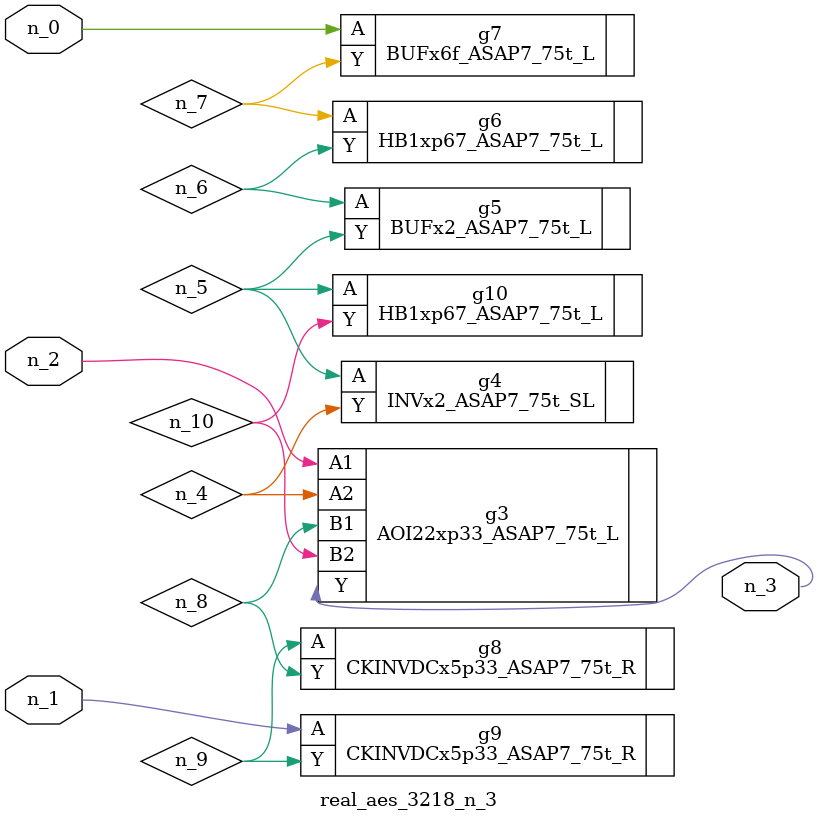
<source format=v>
module real_aes_3218_n_3 (n_0, n_2, n_1, n_3);
input n_0;
input n_2;
input n_1;
output n_3;
wire n_4;
wire n_5;
wire n_7;
wire n_8;
wire n_6;
wire n_9;
wire n_10;
BUFx6f_ASAP7_75t_L g7 ( .A(n_0), .Y(n_7) );
CKINVDCx5p33_ASAP7_75t_R g9 ( .A(n_1), .Y(n_9) );
AOI22xp33_ASAP7_75t_L g3 ( .A1(n_2), .A2(n_4), .B1(n_8), .B2(n_10), .Y(n_3) );
INVx2_ASAP7_75t_SL g4 ( .A(n_5), .Y(n_4) );
HB1xp67_ASAP7_75t_L g10 ( .A(n_5), .Y(n_10) );
BUFx2_ASAP7_75t_L g5 ( .A(n_6), .Y(n_5) );
HB1xp67_ASAP7_75t_L g6 ( .A(n_7), .Y(n_6) );
CKINVDCx5p33_ASAP7_75t_R g8 ( .A(n_9), .Y(n_8) );
endmodule
</source>
